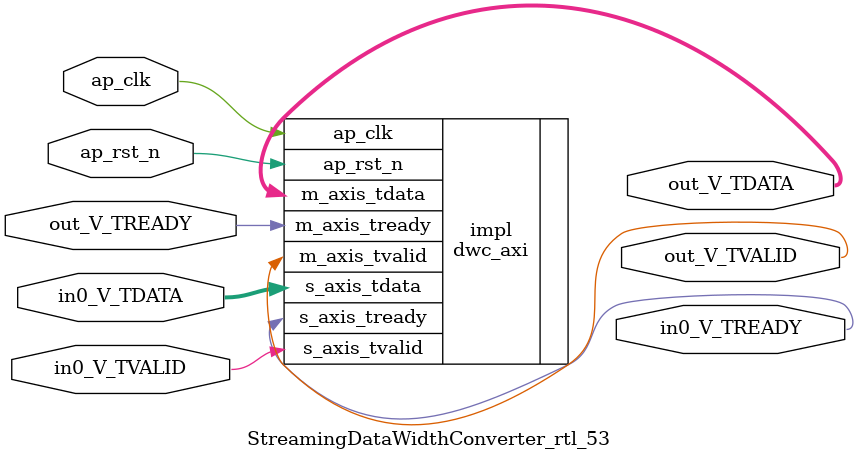
<source format=v>
/******************************************************************************
 * Copyright (C) 2023, Advanced Micro Devices, Inc.
 * All rights reserved.
 *
 * Redistribution and use in source and binary forms, with or without
 * modification, are permitted provided that the following conditions are met:
 *
 *  1. Redistributions of source code must retain the above copyright notice,
 *     this list of conditions and the following disclaimer.
 *
 *  2. Redistributions in binary form must reproduce the above copyright
 *     notice, this list of conditions and the following disclaimer in the
 *     documentation and/or other materials provided with the distribution.
 *
 *  3. Neither the name of the copyright holder nor the names of its
 *     contributors may be used to endorse or promote products derived from
 *     this software without specific prior written permission.
 *
 * THIS SOFTWARE IS PROVIDED BY THE COPYRIGHT HOLDERS AND CONTRIBUTORS "AS IS"
 * AND ANY EXPRESS OR IMPLIED WARRANTIES, INCLUDING, BUT NOT LIMITED TO,
 * THE IMPLIED WARRANTIES OF MERCHANTABILITY AND FITNESS FOR A PARTICULAR
 * PURPOSE ARE DISCLAIMED. IN NO EVENT SHALL THE COPYRIGHT HOLDER OR
 * CONTRIBUTORS BE LIABLE FOR ANY DIRECT, INDIRECT, INCIDENTAL, SPECIAL,
 * EXEMPLARY, OR CONSEQUENTIAL DAMAGES (INCLUDING, BUT NOT LIMITED TO,
 * PROCUREMENT OF SUBSTITUTE GOODS OR SERVICES; LOSS OF USE, DATA, OR PROFITS;
 * OR BUSINESS INTERRUPTION). HOWEVER CAUSED AND ON ANY THEORY OF LIABILITY,
 * WHETHER IN CONTRACT, STRICT LIABILITY, OR TORT (INCLUDING NEGLIGENCE OR
 * OTHERWISE) ARISING IN ANY WAY OUT OF THE USE OF THIS SOFTWARE, EVEN IF
 * ADVISED OF THE POSSIBILITY OF SUCH DAMAGE.
 *****************************************************************************/

module StreamingDataWidthConverter_rtl_53 #(
	parameter  IBITS = 4,
	parameter  OBITS = 32,

	parameter  AXI_IBITS = (IBITS+7)/8 * 8,
	parameter  AXI_OBITS = (OBITS+7)/8 * 8
)(
	//- Global Control ------------------
	(* X_INTERFACE_INFO = "xilinx.com:signal:clock:1.0 ap_clk CLK" *)
	(* X_INTERFACE_PARAMETER = "ASSOCIATED_BUSIF in0_V:out_V, ASSOCIATED_RESET ap_rst_n" *)
	input	ap_clk,
	(* X_INTERFACE_PARAMETER = "POLARITY ACTIVE_LOW" *)
	input	ap_rst_n,

	//- AXI Stream - Input --------------
	output	in0_V_TREADY,
	input	in0_V_TVALID,
	input	[AXI_IBITS-1:0]  in0_V_TDATA,

	//- AXI Stream - Output -------------
	input	out_V_TREADY,
	output	out_V_TVALID,
	output	[AXI_OBITS-1:0]  out_V_TDATA
);

	dwc_axi #(
		.IBITS(IBITS),
		.OBITS(OBITS)
	) impl (
		.ap_clk(ap_clk),
		.ap_rst_n(ap_rst_n),
		.s_axis_tready(in0_V_TREADY),
		.s_axis_tvalid(in0_V_TVALID),
		.s_axis_tdata(in0_V_TDATA),
		.m_axis_tready(out_V_TREADY),
		.m_axis_tvalid(out_V_TVALID),
		.m_axis_tdata(out_V_TDATA)
	);

endmodule

</source>
